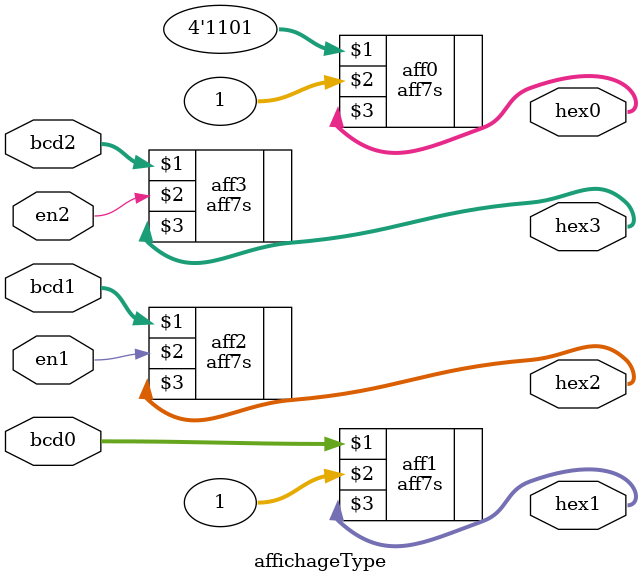
<source format=v>
module affichageType(bcd0, bcd1, bcd2, en1, en2, hex0, hex1, hex2, hex3);

input[3:0] bcd0, bcd1, bcd2;
input en1, en2;
output[3:0] hex0, hex1, hex2, hex3;

aff7s aff0(4'hD, 1, hex0); // 13 pour "d"
aff7s aff1(bcd0, 1, hex1); // Toujours allumé
aff7s aff2(bcd1, en1, hex2);
aff7s aff3(bcd2, en2, hex3);

endmodule

</source>
